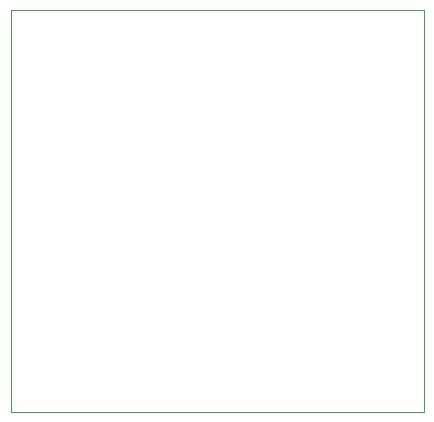
<source format=gbr>
%TF.GenerationSoftware,KiCad,Pcbnew,7.0.11+dfsg-1build4*%
%TF.CreationDate,2026-01-16T21:01:49-05:00*%
%TF.ProjectId,tps6103x,74707336-3130-4337-982e-6b696361645f,rev?*%
%TF.SameCoordinates,Original*%
%TF.FileFunction,Profile,NP*%
%FSLAX46Y46*%
G04 Gerber Fmt 4.6, Leading zero omitted, Abs format (unit mm)*
G04 Created by KiCad (PCBNEW 7.0.11+dfsg-1build4) date 2026-01-16 21:01:49*
%MOMM*%
%LPD*%
G01*
G04 APERTURE LIST*
%TA.AperFunction,Profile*%
%ADD10C,0.050000*%
%TD*%
G04 APERTURE END LIST*
D10*
X100000000Y-100000000D02*
X135000000Y-100000000D01*
X135000000Y-134000000D01*
X100000000Y-134000000D01*
X100000000Y-100000000D01*
M02*

</source>
